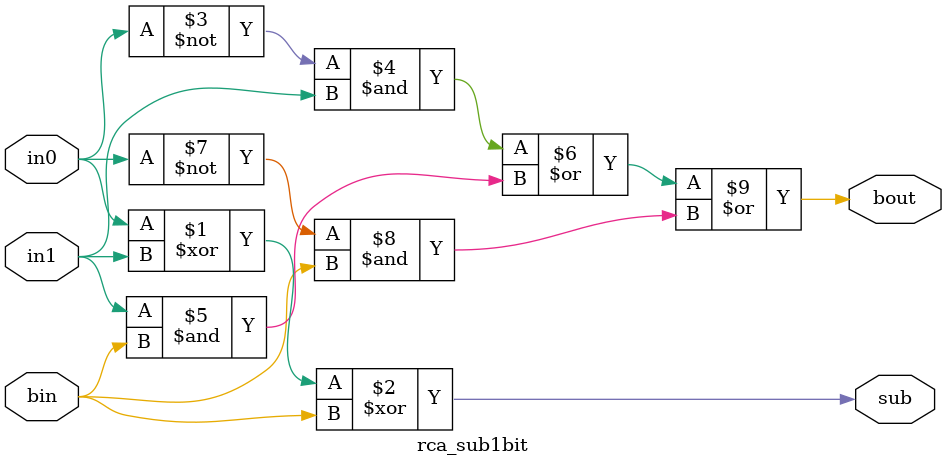
<source format=v>
module rca_sub(
    input [15:0]in0, in1,
    input bin,
    output [15:0]sub,
    output bout
    );

    wire c5;

    rca_sub8bit block6 (
        .in0(in0[7:0]),
        .in1(in1[7:0]),
        .bin(bin),
        .sub(sub[7:0]),
        .bout(c5)
    );
    rca_sub8bit block7 (
        .in0(in0[15:8]),
        .in1(in1[15:8]),
        .bin(c5),
        .sub(sub[15:8]),
        .bout(bout)
    );
endmodule

module rca_sub8bit(
    input [7:0]in0, in1,
    input bin,
    output [7:0]sub,
    output bout
    );

    wire c4;

    rca_sub4bit block4 (
        .in0(in0[3:0]),
        .in1(in1[3:0]),
        .bin(bin),
        .sub(sub[3:0]),
        .bout(c4)
    );
    rca_sub4bit block5 (
        .in0(in0[7:4]),
        .in1(in1[7:4]),
        .bin(c4),
        .sub(sub[7:4]),
        .bout(bout)
    );
endmodule

module rca_sub4bit(
    input [3:0]in0, in1,
    input bin,
    output [3:0]sub,
    output bout
    );

    wire c1;
    wire c2;
    wire c3;

    rca_sub1bit block0 (
        .in0(in0[0]),
        .in1(in1[0]),
        .bin(bin),
        .sub(sub[0]),
        .bout(c1)
    );
    rca_sub1bit block1 (
        .in0(in0[1]),
        .in1(in1[1]),
        .bin(c1),
        .sub(sub[1]),
        .bout(c2)
    );
    rca_sub1bit block2 (
        .in0(in0[2]),
        .in1(in1[2]),
        .bin(c2),
        .sub(sub[2]),
        .bout(c3)
    );
    rca_sub1bit block3 (
        .in0(in0[3]),
        .in1(in1[3]),
        .bin(c3),
        .sub(sub[3]),
        .bout(bout)
    );

endmodule

module rca_sub1bit(
    input in0, in1, bin,
    output sub, bout
    );

    assign sub = in0 ^ in1 ^ bin;
    assign bout = (~in0 & in1) | (in1 & bin) | (~in0 & bin);
endmodule
</source>
